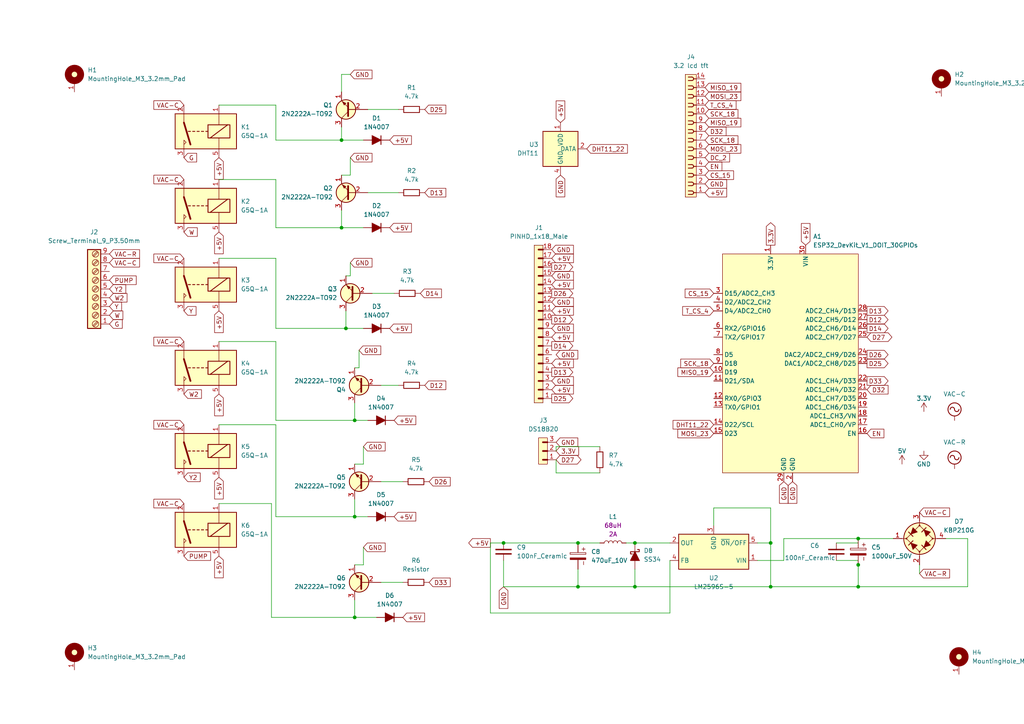
<source format=kicad_sch>
(kicad_sch (version 20250114) (generator "eeschema") (generator_version "9.0")
  (paper "A4")
  (lib_symbols
    (symbol "PCM_4ms_Inductor:12uH_5.2A_1260" (pin_numbers (hide yes)) (pin_names (offset 1.016) (hide yes))
      (property "Reference" "L" (at -1.27 0 90))
      (property "Display" "12uH" (at 2.54 0 90))
      (property "Display 2" "5.2A" (at 5.08 0 90))
      (symbol "12uH_5.2A_1260_1_1"
        (pin passive line (at 0 3.81 270) (length 1.27) (name "1") (number "1"))
        (pin passive line (at 0 -3.81 90) (length 1.27) (name "2") (number "2"))
      )
    )
    (symbol "PCM_Diode_AKL:1N4007" (pin_numbers (hide yes)) (pin_names (offset 1.016) (hide yes))
      (property "Reference" "D" (at 0 5.08 0))
      (property "Value" "1N4007" (at 0 2.54 0))
      (symbol "1N4007_1_1"
        (pin passive line (at -3.81 0 0) (length 2.54) (name "A") (number "2"))
        (pin passive line (at 3.81 0 180) (length 2.54) (name "K") (number "1"))
      )
      (symbol "1N4007_1_2"
        (pin passive line (at -2.54 -2.54 0) (length 0) (name "A") (number "2"))
        (pin passive line (at 2.54 2.54 180) (length 0) (name "K") (number "1"))
      )
    )
    (symbol "PCM_Diode_Bridge_AKL:KBP210G" (pin_names (offset 1.016) (hide yes))
      (property "Reference" "D" (at 5.08 7.62 0))
      (property "Value" "KBP210G" (at 5.08 5.08 0))
      (symbol "KBP210G_1_1"
        (pin passive line (at -7.62 0 0) (length 2.54) (name "1") (number "2"))
        (pin passive line (at 0 7.62 270) (length 2.54) (name "+") (number "1"))
        (pin passive line (at 0 -7.62 90) (length 2.54) (name "-") (number "4"))
        (pin passive line (at 7.62 0 180) (length 2.54) (name "2") (number "3"))
      )
    )
    (symbol "PCM_Diode_Schottky_AKL:SS34" (pin_numbers (hide yes)) (pin_names (offset 1.016) (hide yes))
      (property "Reference" "D" (at 0 5.08 0))
      (property "Value" "SS34" (at 0 2.54 0))
      (symbol "SS34_1_1"
        (pin passive line (at -3.81 0 0) (length 2.54) (name "A") (number "2"))
        (pin passive line (at 3.81 0 180) (length 2.54) (name "K") (number "1"))
      )
      (symbol "SS34_1_2"
        (pin passive line (at -2.54 -2.54 0) (length 0) (name "A") (number "2"))
        (pin passive line (at 2.54 2.54 180) (length 0) (name "K") (number "1"))
      )
    )
    (symbol "PCM_SL_Capacitors:1000uF_50V"
      (property "Reference" "C" (at 0 7.62 0))
      (property "Value" "1000uF_50V" (at 0 5.08 0))
      (symbol "1000uF_50V_0_0"
        (text "+" (at -2.032 1.524 0) (effects (font (size 1.27 1.27))))
        (text "-" (at 2.032 1.524 0) (effects (font (size 1.27 1.27))))
      )
      (symbol "1000uF_50V_1_1"
        (pin passive line (at -3.81 0 0) (length 2.7) (name "~") (number "1"))
        (pin input line (at 3.81 0 180) (length 2.7) (name "~") (number "2"))
      )
    )
    (symbol "PCM_SL_Capacitors:100nF_Ceramic"
      (property "Reference" "C" (at 0 6.35 0))
      (property "Value" "100nF_Ceramic" (at 0 3.81 0))
      (symbol "100nF_Ceramic_1_1"
        (pin passive line (at -2.54 0 0) (length 2) (name "~") (number "1"))
        (pin input line (at 2.54 0 180) (length 2) (name "~") (number "2"))
      )
    )
    (symbol "PCM_SL_Capacitors:470uF_10V"
      (property "Reference" "C" (at 0 7.62 0))
      (property "Value" "470uF_10V" (at 0 5.08 0))
      (symbol "470uF_10V_0_0"
        (text "+" (at -2.032 1.524 0) (effects (font (size 1.27 1.27))))
        (text "-" (at 2.032 1.524 0) (effects (font (size 1.27 1.27))))
      )
      (symbol "470uF_10V_1_1"
        (pin passive line (at -3.81 0 0) (length 2.7) (name "~") (number "1"))
        (pin input line (at 3.81 0 180) (length 2.7) (name "~") (number "2"))
      )
    )
    (symbol "PCM_SL_Development_Board:ESP32_DevKit_V1_DOIT_30GPIOs"
      (property "Reference" "A1" (at 7.2233 38.1 0))
      (property "Value" "ESP32_DevKit_V1_DOIT_30GPIOs" (at 7.2233 35.56 0))
      (symbol "ESP32_DevKit_V1_DOIT_30GPIOs_1_1"
        (pin bidirectional line (at -21.59 21.59 0) (length 2.54) (name "D15/ADC2_CH3") (number "3"))
        (pin bidirectional line (at -21.59 19.05 0) (length 2.54) (name "D2/ADC2_CH2") (number "4"))
        (pin bidirectional line (at -21.59 16.51 0) (length 2.54) (name "D4/ADC2_CH0") (number "5"))
        (pin bidirectional line (at -21.59 11.43 0) (length 2.54) (name "RX2/GPIO16") (number "6"))
        (pin bidirectional line (at -21.59 8.89 0) (length 2.54) (name "TX2/GPIO17") (number "7"))
        (pin bidirectional line (at -21.59 3.81 0) (length 2.54) (name "D5") (number "8"))
        (pin bidirectional line (at -21.59 1.27 0) (length 2.54) (name "D18") (number "9"))
        (pin bidirectional line (at -21.59 -1.27 0) (length 2.54) (name "D19") (number "10"))
        (pin bidirectional line (at -21.59 -3.81 0) (length 2.54) (name "D21/SDA") (number "11"))
        (pin bidirectional line (at -21.59 -8.89 0) (length 2.54) (name "RX0/GPIO3") (number "12"))
        (pin bidirectional line (at -21.59 -11.43 0) (length 2.54) (name "TX0/GPIO1") (number "13"))
        (pin bidirectional line (at -21.59 -16.51 0) (length 2.54) (name "D22/SCL") (number "14"))
        (pin bidirectional line (at -21.59 -19.05 0) (length 2.54) (name "D23") (number "15"))
        (pin power_in line (at -5.08 35.56 270) (length 2.54) (name "3.3V") (number "1"))
        (pin power_in line (at -1.27 -33.02 90) (length 2.54) (name "GND") (number "29"))
        (pin power_in line (at 1.27 -33.02 90) (length 2.54) (name "GND") (number "2"))
        (pin power_in line (at 5.08 35.56 270) (length 2.54) (name "VIN") (number "30"))
        (pin bidirectional line (at 22.86 16.51 180) (length 2.54) (name "ADC2_CH4/D13") (number "28"))
        (pin bidirectional line (at 22.86 13.97 180) (length 2.54) (name "ADC2_CH5/D12") (number "27"))
        (pin bidirectional line (at 22.86 11.43 180) (length 2.54) (name "ADC2_CH6/D14") (number "26"))
        (pin bidirectional line (at 22.86 8.89 180) (length 2.54) (name "ADC2_CH7/D27") (number "25"))
        (pin bidirectional line (at 22.86 3.81 180) (length 2.54) (name "DAC2/ADC2_CH9/D26") (number "24"))
        (pin bidirectional line (at 22.86 1.27 180) (length 2.54) (name "DAC1/ADC2_CH8/D25") (number "23"))
        (pin bidirectional line (at 22.86 -3.81 180) (length 2.54) (name "ADC1_CH4/D33") (number "22"))
        (pin bidirectional line (at 22.86 -6.35 180) (length 2.54) (name "ADC1_CH4/D32") (number "21"))
        (pin bidirectional line (at 22.86 -8.89 180) (length 2.54) (name "ADC1_CH7/D35") (number "20"))
        (pin bidirectional line (at 22.86 -11.43 180) (length 2.54) (name "ADC1_CH6/D34") (number "19"))
        (pin bidirectional line (at 22.86 -13.97 180) (length 2.54) (name "ADC1_CH3/VN") (number "18"))
        (pin bidirectional line (at 22.86 -16.51 180) (length 2.54) (name "ADC1_CH0/VP") (number "17"))
        (pin bidirectional line (at 22.86 -19.05 180) (length 2.54) (name "EN") (number "16"))
      )
    )
    (symbol "PCM_SL_Mechanical:MountingHole_M3_3.2mm_Pad"
      (property "Reference" "H" (at 0 7.62 0))
      (property "Value" "MountingHole_M3_3.2mm_Pad" (at 0 5.08 0))
      (symbol "MountingHole_M3_3.2mm_Pad_1_1"
        (pin passive line (at 0 -5.08 90) (length 2.54) (name "") (number "1"))
      )
    )
    (symbol "PCM_SL_Pin_Headers:PINHD_1x14_Female"
      (property "Reference" "J" (at 0 22.86 0))
      (property "Value" "PINHD_1x14_Female" (at 0 20.32 0))
      (symbol "PINHD_1x14_Female_1_1"
        (pin passive line (at -3.81 16.51 0) (length 2.54) (name "") (number "1"))
        (pin passive line (at -3.81 13.97 0) (length 2.54) (name "") (number "2"))
        (pin passive line (at -3.81 11.43 0) (length 2.54) (name "") (number "3"))
        (pin passive line (at -3.81 8.89 0) (length 2.54) (name "") (number "4"))
        (pin passive line (at -3.81 6.35 0) (length 2.54) (name "") (number "5"))
        (pin passive line (at -3.81 3.81 0) (length 2.54) (name "") (number "6"))
        (pin passive line (at -3.81 1.27 0) (length 2.54) (name "") (number "7"))
        (pin passive line (at -3.81 -1.27 0) (length 2.54) (name "") (number "8"))
        (pin passive line (at -3.81 -3.81 0) (length 2.54) (name "") (number "9"))
        (pin passive line (at -3.81 -6.35 0) (length 2.54) (name "") (number "10"))
        (pin passive line (at -3.81 -8.89 0) (length 2.54) (name "") (number "11"))
        (pin passive line (at -3.81 -11.43 0) (length 2.54) (name "") (number "12"))
        (pin passive line (at -3.81 -13.97 0) (length 2.54) (name "") (number "13"))
        (pin passive line (at -3.81 -16.51 0) (length 2.54) (name "") (number "14"))
      )
    )
    (symbol "PCM_SL_Pin_Headers:PINHD_1x18_Male"
      (property "Reference" "J" (at 0 26.67 0))
      (property "Value" "PINHD_1x18_Male" (at 0 24.13 0))
      (symbol "PINHD_1x18_Male_1_1"
        (pin passive line (at -3.81 21.59 0) (length 2.54) (name "") (number "1"))
        (pin passive line (at -3.81 19.05 0) (length 2.54) (name "") (number "2"))
        (pin passive line (at -3.81 16.51 0) (length 2.54) (name "") (number "3"))
        (pin passive line (at -3.81 13.97 0) (length 2.54) (name "") (number "4"))
        (pin passive line (at -3.81 11.43 0) (length 2.54) (name "") (number "5"))
        (pin passive line (at -3.81 8.89 0) (length 2.54) (name "") (number "6"))
        (pin passive line (at -3.81 6.35 0) (length 2.54) (name "") (number "7"))
        (pin passive line (at -3.81 3.81 0) (length 2.54) (name "") (number "8"))
        (pin passive line (at -3.81 1.27 0) (length 2.54) (name "") (number "9"))
        (pin passive line (at -3.81 -1.27 0) (length 2.54) (name "") (number "10"))
        (pin passive line (at -3.81 -3.81 0) (length 2.54) (name "") (number "11"))
        (pin passive line (at -3.81 -6.35 0) (length 2.54) (name "") (number "12"))
        (pin passive line (at -3.81 -8.89 0) (length 2.54) (name "") (number "13"))
        (pin passive line (at -3.81 -11.43 0) (length 2.54) (name "") (number "14"))
        (pin passive line (at -3.81 -13.97 0) (length 2.54) (name "") (number "15"))
        (pin passive line (at -3.81 -16.51 0) (length 2.54) (name "") (number "16"))
        (pin passive line (at -3.81 -19.05 0) (length 2.54) (name "") (number "17"))
        (pin passive line (at -3.81 -21.59 0) (length 2.54) (name "") (number "18"))
      )
    )
    (symbol "PCM_SL_Pin_Headers:PINHD_1x3_Male"
      (property "Reference" "J" (at 0 7.62 0))
      (property "Value" "PINHD_1x3_Male" (at 0 5.08 0))
      (symbol "PINHD_1x3_Male_1_1"
        (pin passive line (at -3.81 2.54 0) (length 2.54) (name "") (number "1"))
        (pin passive line (at -3.81 0 0) (length 2.54) (name "") (number "2"))
        (pin passive line (at -3.81 -2.54 0) (length 2.54) (name "") (number "3"))
      )
    )
    (symbol "PCM_SL_Resistors:4.7k"
      (property "Reference" "R" (at 0 5.08 0))
      (property "Value" "4.7k" (at 0 2.54 0))
      (symbol "4.7k_1_1"
        (pin passive line (at -3.81 0 0) (length 1.5) (name "") (number "1"))
        (pin passive line (at 3.81 0 180) (length 1.5) (name "~") (number "2"))
      )
    )
    (symbol "PCM_SL_Resistors:Resistor"
      (property "Reference" "R" (at 0 5.08 0))
      (property "Value" "Resistor" (at 0 2.54 0))
      (symbol "Resistor_1_1"
        (pin passive line (at -3.81 0 0) (length 1.5) (name "") (number "1"))
        (pin passive line (at 3.81 0 180) (length 1.5) (name "~") (number "2"))
      )
    )
    (symbol "PCM_SL_Screw_Terminal:Screw_Terminal_9_P3.50mm"
      (property "Reference" "J" (at 0 12.7 0))
      (property "Value" "Screw_Terminal_9_P3.50mm" (at 1.27 -12.7 0))
      (symbol "Screw_Terminal_9_P3.50mm_1_1"
        (pin passive line (at -3.81 10.16 0) (length 2.54) (name "") (number "1"))
        (pin passive line (at -3.81 7.62 0) (length 2.54) (name "") (number "2"))
        (pin passive line (at -3.81 5.08 0) (length 2.54) (name "") (number "3"))
        (pin passive line (at -3.81 2.54 0) (length 2.54) (name "") (number "4"))
        (pin passive line (at -3.81 0 0) (length 2.54) (name "") (number "5"))
        (pin passive line (at -3.81 -2.54 0) (length 2.54) (name "") (number "6"))
        (pin passive line (at -3.81 -5.08 0) (length 2.54) (name "") (number "7"))
        (pin passive line (at -3.81 -7.62 0) (length 2.54) (name "") (number "8"))
        (pin passive line (at -3.81 -10.16 0) (length 2.54) (name "") (number "9"))
      )
    )
    (symbol "PCM_SparkFun-PowerSymbol:3.3V" (power) (pin_names (offset 0))
      (property "Value" "3.3V" (at 0 3.81 0))
      (symbol "3.3V_1_1"
        (pin power_in line (at 0 0 90) (length 0) (hide yes) (name "3.3V") (number "1"))
      )
    )
    (symbol "PCM_SparkFun-PowerSymbol:5V" (power) (pin_names (offset 0))
      (property "Value" "5V" (at 0 3.81 0))
      (symbol "5V_1_1"
        (pin power_in line (at 0 0 90) (length 0) (hide yes) (name "5V") (number "1"))
      )
    )
    (symbol "PCM_SparkFun-PowerSymbol:GND" (power) (pin_names (offset 0))
      (property "Value" "GND" (at 0 -3.81 0))
      (symbol "GND_1_1"
        (pin power_in line (at 0 0 270) (length 0) (hide yes) (name "GND") (number "1"))
      )
    )
    (symbol "PCM_Transistor_BJT_AKL:2N2222A-TO92" (pin_names (hide yes))
      (property "Reference" "Q" (at 5.08 1.27 0))
      (property "Value" "2N2222A-TO92" (at 5.08 -1.27 0))
      (symbol "2N2222A-TO92_1_1"
        (pin passive line (at -5.08 0 0) (length 5.715) (name "B") (number "2"))
        (pin passive line (at 2.54 5.08 270) (length 2.54) (name "C") (number "3"))
        (pin passive line (at 2.54 -5.08 90) (length 2.54) (name "E") (number "1"))
      )
    )
    (symbol "Regulator_Switching:LM2596S-5"
      (property "Reference" "U" (at -10.16 6.35 0))
      (property "Value" "LM2596S-5" (at 0 6.35 0))
      (symbol "LM2596S-5_1_1"
        (pin power_in line (at -12.7 2.54 0) (length 2.54) (name "VIN") (number "1"))
        (pin input line (at -12.7 -2.54 0) (length 2.54) (name "~{ON}/OFF") (number "5"))
        (pin power_in line (at 0 -7.62 90) (length 2.54) (name "GND") (number "3"))
        (pin input line (at 12.7 2.54 180) (length 2.54) (name "FB") (number "4"))
        (pin output line (at 12.7 -2.54 180) (length 2.54) (name "OUT") (number "2"))
      )
    )
    (symbol "Relay:G5Q-1A"
      (property "Reference" "K" (at 8.89 3.81 0))
      (property "Value" "G5Q-1A" (at 8.89 1.27 0))
      (symbol "G5Q-1A_1_1"
        (pin passive line (at -5.08 7.62 270) (length 2.54) (name "~") (number "5"))
        (pin passive line (at -5.08 -7.62 90) (length 2.54) (name "~") (number "1"))
        (pin passive line (at 5.08 7.62 270) (length 2.54) (name "~") (number "3"))
        (pin passive line (at 5.08 -7.62 90) (length 2.54) (name "~") (number "2"))
      )
    )
    (symbol "Sensor:DHT11"
      (property "Reference" "U" (at -3.81 6.35 0))
      (property "Value" "DHT11" (at 3.81 6.35 0))
      (symbol "DHT11_1_1"
        (pin no_connect line (at -5.08 0 0) (length 2.54) (hide yes) (name "NC") (number "3"))
        (pin power_in line (at 0 7.62 270) (length 2.54) (name "VDD") (number "1"))
        (pin power_in line (at 0 -7.62 90) (length 2.54) (name "GND") (number "4"))
        (pin bidirectional line (at 7.62 0 180) (length 2.54) (name "DATA") (number "2"))
      )
    )
    (symbol "power:VAC" (power) (pin_numbers (hide yes)) (pin_names (offset 0) (hide yes))
      (property "Value" "VAC" (at 0 6.35 0))
      (symbol "VAC_1_1"
        (pin power_in line (at 0 0 90) (length 0) (name "~") (number "1"))
      )
    )
  )
  (junction (at 223.52 170.18))
  (junction (at 184.15 157.48))
  (junction (at 248.92 156.21))
  (junction (at 99.06 66.04))
  (junction (at 248.92 170.18))
  (junction (at 184.15 170.18))
  (junction (at 223.52 157.48))
  (junction (at 167.64 157.48))
  (junction (at 167.64 170.18))
  (junction (at 248.92 163.83))
  (junction (at 102.87 121.92))
  (junction (at 102.87 179.07))
  (junction (at 146.05 157.48))
  (junction (at 100.33 95.25))
  (junction (at 102.87 149.86))
  (junction (at 99.06 40.64))
  (wire (pts (xy 80.01 74.93) (xy 80.01 95.25)))
  (wire (pts (xy 227.33 156.21) (xy 227.33 162.56)))
  (wire (pts (xy 107.95 85.09) (xy 114.3 85.09)))
  (wire (pts (xy 78.74 146.05) (xy 78.74 179.07)))
  (wire (pts (xy 242.57 162.56) (xy 248.92 162.56)))
  (wire (pts (xy 142.24 157.48) (xy 146.05 157.48)))
  (wire (pts (xy 207.01 147.32) (xy 207.01 152.4)))
  (wire (pts (xy 102.87 121.92) (xy 102.87 116.84)))
  (wire (pts (xy 63.5 99.06) (xy 80.01 99.06)))
  (wire (pts (xy 266.7 163.83) (xy 266.7 166.37)))
  (wire (pts (xy 80.01 30.48) (xy 80.01 40.64)))
  (wire (pts (xy 248.92 170.18) (xy 223.52 170.18)))
  (wire (pts (xy 280.67 156.21) (xy 280.67 170.18)))
  (wire (pts (xy 99.06 21.59) (xy 99.06 26.67)))
  (wire (pts (xy 280.67 170.18) (xy 248.92 170.18)))
  (wire (pts (xy 102.87 173.99) (xy 102.87 179.07)))
  (wire (pts (xy 184.15 170.18) (xy 184.15 165.1)))
  (wire (pts (xy 146.05 170.18) (xy 146.05 162.56)))
  (wire (pts (xy 167.64 157.48) (xy 173.99 157.48)))
  (wire (pts (xy 105.41 129.54) (xy 105.41 134.62)))
  (wire (pts (xy 63.5 30.48) (xy 80.01 30.48)))
  (wire (pts (xy 63.5 52.07) (xy 80.01 52.07)))
  (wire (pts (xy 106.68 55.88) (xy 115.57 55.88)))
  (wire (pts (xy 63.5 146.05) (xy 78.74 146.05)))
  (wire (pts (xy 167.64 170.18) (xy 167.64 165.1)))
  (wire (pts (xy 227.33 156.21) (xy 248.92 156.21)))
  (wire (pts (xy 80.01 40.64) (xy 99.06 40.64)))
  (wire (pts (xy 219.71 162.56) (xy 227.33 162.56)))
  (wire (pts (xy 105.41 40.64) (xy 99.06 40.64)))
  (wire (pts (xy 80.01 149.86) (xy 102.87 149.86)))
  (wire (pts (xy 101.6 80.01) (xy 100.33 80.01)))
  (wire (pts (xy 194.31 177.8) (xy 142.24 177.8)))
  (wire (pts (xy 105.41 134.62) (xy 102.87 134.62)))
  (wire (pts (xy 110.49 139.7) (xy 116.84 139.7)))
  (wire (pts (xy 167.64 170.18) (xy 146.05 170.18)))
  (wire (pts (xy 223.52 157.48) (xy 223.52 147.32)))
  (wire (pts (xy 223.52 170.18) (xy 223.52 157.48)))
  (wire (pts (xy 99.06 40.64) (xy 99.06 36.83)))
  (wire (pts (xy 99.06 66.04) (xy 99.06 60.96)))
  (wire (pts (xy 110.49 111.76) (xy 115.57 111.76)))
  (wire (pts (xy 105.41 95.25) (xy 100.33 95.25)))
  (wire (pts (xy 274.32 156.21) (xy 280.67 156.21)))
  (wire (pts (xy 101.6 76.2) (xy 101.6 80.01)))
  (wire (pts (xy 102.87 163.83) (xy 105.41 163.83)))
  (wire (pts (xy 110.49 168.91) (xy 116.84 168.91)))
  (wire (pts (xy 106.68 31.75) (xy 115.57 31.75)))
  (wire (pts (xy 248.92 156.21) (xy 259.08 156.21)))
  (wire (pts (xy 106.68 149.86) (xy 102.87 149.86)))
  (wire (pts (xy 80.01 66.04) (xy 99.06 66.04)))
  (wire (pts (xy 146.05 157.48) (xy 167.64 157.48)))
  (wire (pts (xy 181.61 157.48) (xy 184.15 157.48)))
  (wire (pts (xy 173.99 137.16) (xy 161.29 137.16)))
  (wire (pts (xy 78.74 179.07) (xy 102.87 179.07)))
  (wire (pts (xy 80.01 121.92) (xy 102.87 121.92)))
  (wire (pts (xy 80.01 95.25) (xy 100.33 95.25)))
  (wire (pts (xy 109.22 179.07) (xy 102.87 179.07)))
  (wire (pts (xy 80.01 123.19) (xy 80.01 149.86)))
  (wire (pts (xy 248.92 170.18) (xy 248.92 163.83)))
  (wire (pts (xy 101.6 50.8) (xy 99.06 50.8)))
  (wire (pts (xy 101.6 45.72) (xy 101.6 50.8)))
  (wire (pts (xy 102.87 144.78) (xy 102.87 149.86)))
  (wire (pts (xy 223.52 170.18) (xy 184.15 170.18)))
  (wire (pts (xy 105.41 158.75) (xy 105.41 163.83)))
  (wire (pts (xy 184.15 157.48) (xy 194.31 157.48)))
  (wire (pts (xy 173.99 129.54) (xy 161.29 129.54)))
  (wire (pts (xy 101.6 21.59) (xy 99.06 21.59)))
  (wire (pts (xy 80.01 52.07) (xy 80.01 66.04)))
  (wire (pts (xy 105.41 66.04) (xy 99.06 66.04)))
  (wire (pts (xy 248.92 162.56) (xy 248.92 163.83)))
  (wire (pts (xy 80.01 99.06) (xy 80.01 121.92)))
  (wire (pts (xy 248.92 157.48) (xy 248.92 156.21)))
  (wire (pts (xy 223.52 147.32) (xy 207.01 147.32)))
  (wire (pts (xy 106.68 121.92) (xy 102.87 121.92)))
  (wire (pts (xy 161.29 137.16) (xy 161.29 133.35)))
  (wire (pts (xy 194.31 162.56) (xy 194.31 177.8)))
  (wire (pts (xy 63.5 123.19) (xy 80.01 123.19)))
  (wire (pts (xy 104.14 101.6) (xy 104.14 106.68)))
  (wire (pts (xy 142.24 177.8) (xy 142.24 157.48)))
  (wire (pts (xy 161.29 129.54) (xy 161.29 130.81)))
  (wire (pts (xy 223.52 157.48) (xy 219.71 157.48)))
  (wire (pts (xy 104.14 106.68) (xy 102.87 106.68)))
  (wire (pts (xy 100.33 95.25) (xy 100.33 90.17)))
  (wire (pts (xy 63.5 74.93) (xy 80.01 74.93)))
  (wire (pts (xy 184.15 170.18) (xy 167.64 170.18)))
  (wire (pts (xy 242.57 157.48) (xy 248.92 157.48)))
  (global_label "EN" (shape input) (at 251.46 125.73 0) (property "Intersheetrefs" "${INTERSHEET_REFS}" (effects (hide yes))))
  (global_label "+5V" (shape input) (at 116.84 179.07 0) (property "Intersheetrefs" "${INTERSHEET_REFS}" (effects (hide yes))))
  (global_label "VAC-C" (shape input) (at 53.34 52.07 180) (property "Intersheetrefs" "${INTERSHEET_REFS}" (effects (hide yes))))
  (global_label "+5V" (shape input) (at 113.03 66.04 0) (property "Intersheetrefs" "${INTERSHEET_REFS}" (effects (hide yes))))
  (global_label "DC_2" (shape input) (at 204.47 45.72 0) (property "Intersheetrefs" "${INTERSHEET_REFS}" (effects (hide yes))))
  (global_label "+5V" (shape output) (at 142.24 157.48 180) (property "Intersheetrefs" "${INTERSHEET_REFS}" (effects (hide yes))))
  (global_label "GND" (shape input) (at 101.6 45.72 0) (property "Intersheetrefs" "${INTERSHEET_REFS}" (effects (hide yes))))
  (global_label "+5V" (shape input) (at 160.02 82.55 0) (property "Intersheetrefs" "${INTERSHEET_REFS}" (effects (hide yes))))
  (global_label "3.3V" (shape output) (at 223.52 71.12 90) (property "Intersheetrefs" "${INTERSHEET_REFS}" (effects (hide yes))))
  (global_label "SCK_18" (shape input) (at 204.47 33.02 0) (property "Intersheetrefs" "${INTERSHEET_REFS}" (effects (hide yes))))
  (global_label "D32" (shape input) (at 251.46 113.03 0) (property "Intersheetrefs" "${INTERSHEET_REFS}" (effects (hide yes))))
  (global_label "+5V" (shape input) (at 160.02 90.17 0) (property "Intersheetrefs" "${INTERSHEET_REFS}" (effects (hide yes))))
  (global_label "D13" (shape input) (at 123.19 55.88 0) (property "Intersheetrefs" "${INTERSHEET_REFS}" (effects (hide yes))))
  (global_label "D13" (shape output) (at 160.02 107.95 0) (property "Intersheetrefs" "${INTERSHEET_REFS}" (effects (hide yes))))
  (global_label "VAC-C" (shape input) (at 53.34 123.19 180) (property "Intersheetrefs" "${INTERSHEET_REFS}" (effects (hide yes))))
  (global_label "MOSI_23" (shape input) (at 204.47 27.94 0) (property "Intersheetrefs" "${INTERSHEET_REFS}" (effects (hide yes))))
  (global_label "GND" (shape input) (at 105.41 158.75 0) (property "Intersheetrefs" "${INTERSHEET_REFS}" (effects (hide yes))))
  (global_label "D33" (shape input) (at 124.46 168.91 0) (property "Intersheetrefs" "${INTERSHEET_REFS}" (effects (hide yes))))
  (global_label "GND" (shape input) (at 160.02 95.25 0) (property "Intersheetrefs" "${INTERSHEET_REFS}" (effects (hide yes))))
  (global_label "+5V" (shape input) (at 113.03 95.25 0) (property "Intersheetrefs" "${INTERSHEET_REFS}" (effects (hide yes))))
  (global_label "+5V" (shape input) (at 160.02 97.79 0) (property "Intersheetrefs" "${INTERSHEET_REFS}" (effects (hide yes))))
  (global_label "+5V" (shape input) (at 204.47 55.88 0) (property "Intersheetrefs" "${INTERSHEET_REFS}" (effects (hide yes))))
  (global_label "VAC-C" (shape input) (at 266.7 148.59 0) (property "Intersheetrefs" "${INTERSHEET_REFS}" (effects (hide yes))))
  (global_label "Y" (shape input) (at 31.75 88.9 0) (property "Intersheetrefs" "${INTERSHEET_REFS}" (effects (hide yes))))
  (global_label "+5V" (shape input) (at 63.5 138.43 270) (property "Intersheetrefs" "${INTERSHEET_REFS}" (effects (hide yes))))
  (global_label "+5V" (shape input) (at 233.68 71.12 90) (property "Intersheetrefs" "${INTERSHEET_REFS}" (effects (hide yes))))
  (global_label "D25" (shape input) (at 123.19 31.75 0) (property "Intersheetrefs" "${INTERSHEET_REFS}" (effects (hide yes))))
  (global_label "PUMP" (shape input) (at 31.75 81.28 0) (property "Intersheetrefs" "${INTERSHEET_REFS}" (effects (hide yes))))
  (global_label "GND" (shape input) (at 161.29 128.27 0) (property "Intersheetrefs" "${INTERSHEET_REFS}" (effects (hide yes))))
  (global_label "GND" (shape input) (at 101.6 76.2 0) (property "Intersheetrefs" "${INTERSHEET_REFS}" (effects (hide yes))))
  (global_label "G" (shape input) (at 53.34 45.72 0) (property "Intersheetrefs" "${INTERSHEET_REFS}" (effects (hide yes))))
  (global_label "VAC-R" (shape input) (at 31.75 73.66 0) (property "Intersheetrefs" "${INTERSHEET_REFS}" (effects (hide yes))))
  (global_label "VAC-C" (shape input) (at 53.34 30.48 180) (property "Intersheetrefs" "${INTERSHEET_REFS}" (effects (hide yes))))
  (global_label "MISO_19" (shape input) (at 204.47 35.56 0) (property "Intersheetrefs" "${INTERSHEET_REFS}" (effects (hide yes))))
  (global_label "D26" (shape output) (at 160.02 85.09 0) (property "Intersheetrefs" "${INTERSHEET_REFS}" (effects (hide yes))))
  (global_label "W" (shape input) (at 31.75 91.44 0) (property "Intersheetrefs" "${INTERSHEET_REFS}" (effects (hide yes))))
  (global_label "+5V" (shape input) (at 63.5 114.3 270) (property "Intersheetrefs" "${INTERSHEET_REFS}" (effects (hide yes))))
  (global_label "GND" (shape input) (at 101.6 21.59 0) (property "Intersheetrefs" "${INTERSHEET_REFS}" (effects (hide yes))))
  (global_label "VAC-C" (shape input) (at 53.34 74.93 180) (property "Intersheetrefs" "${INTERSHEET_REFS}" (effects (hide yes))))
  (global_label "GND" (shape input) (at 160.02 87.63 0) (property "Intersheetrefs" "${INTERSHEET_REFS}" (effects (hide yes))))
  (global_label "W" (shape input) (at 53.34 67.31 0) (property "Intersheetrefs" "${INTERSHEET_REFS}" (effects (hide yes))))
  (global_label "SCK_18" (shape input) (at 207.01 105.41 180) (property "Intersheetrefs" "${INTERSHEET_REFS}" (effects (hide yes))))
  (global_label "D14" (shape input) (at 121.92 85.09 0) (property "Intersheetrefs" "${INTERSHEET_REFS}" (effects (hide yes))))
  (global_label "D14" (shape output) (at 160.02 100.33 0) (property "Intersheetrefs" "${INTERSHEET_REFS}" (effects (hide yes))))
  (global_label "T_CS_4" (shape input) (at 204.47 30.48 0) (property "Intersheetrefs" "${INTERSHEET_REFS}" (effects (hide yes))))
  (global_label "GND" (shape input) (at 160.02 110.49 0) (property "Intersheetrefs" "${INTERSHEET_REFS}" (effects (hide yes))))
  (global_label "D12" (shape input) (at 123.19 111.76 0) (property "Intersheetrefs" "${INTERSHEET_REFS}" (effects (hide yes))))
  (global_label "MISO_19" (shape input) (at 204.47 25.4 0) (property "Intersheetrefs" "${INTERSHEET_REFS}" (effects (hide yes))))
  (global_label "W2" (shape input) (at 31.75 86.36 0) (property "Intersheetrefs" "${INTERSHEET_REFS}" (effects (hide yes))))
  (global_label "VAC-R" (shape input) (at 266.7 166.37 0) (property "Intersheetrefs" "${INTERSHEET_REFS}" (effects (hide yes))))
  (global_label "T_CS_4" (shape input) (at 207.01 90.17 180) (property "Intersheetrefs" "${INTERSHEET_REFS}" (effects (hide yes))))
  (global_label "G" (shape input) (at 31.75 93.98 0) (property "Intersheetrefs" "${INTERSHEET_REFS}" (effects (hide yes))))
  (global_label "D27" (shape output) (at 160.02 77.47 0) (property "Intersheetrefs" "${INTERSHEET_REFS}" (effects (hide yes))))
  (global_label "3.3V" (shape input) (at 161.29 130.81 0) (property "Intersheetrefs" "${INTERSHEET_REFS}" (effects (hide yes))))
  (global_label "GND" (shape input) (at 204.47 53.34 0) (property "Intersheetrefs" "${INTERSHEET_REFS}" (effects (hide yes))))
  (global_label "+5V" (shape input) (at 114.3 121.92 0) (property "Intersheetrefs" "${INTERSHEET_REFS}" (effects (hide yes))))
  (global_label "GND" (shape input) (at 162.56 50.8 270) (property "Intersheetrefs" "${INTERSHEET_REFS}" (effects (hide yes))))
  (global_label "D26" (shape input) (at 124.46 139.7 0) (property "Intersheetrefs" "${INTERSHEET_REFS}" (effects (hide yes))))
  (global_label "SCK_18" (shape input) (at 204.47 40.64 0) (property "Intersheetrefs" "${INTERSHEET_REFS}" (effects (hide yes))))
  (global_label "+5V" (shape input) (at 162.56 35.56 90) (property "Intersheetrefs" "${INTERSHEET_REFS}" (effects (hide yes))))
  (global_label "CS_15" (shape input) (at 207.01 85.09 180) (property "Intersheetrefs" "${INTERSHEET_REFS}" (effects (hide yes))))
  (global_label "PUMP" (shape input) (at 53.34 161.29 0) (property "Intersheetrefs" "${INTERSHEET_REFS}" (effects (hide yes))))
  (global_label "+5V" (shape input) (at 160.02 113.03 0) (property "Intersheetrefs" "${INTERSHEET_REFS}" (effects (hide yes))))
  (global_label "D27" (shape bidirectional) (at 251.46 97.79 0) (property "Intersheetrefs" "${INTERSHEET_REFS}" (effects (hide yes))))
  (global_label "EN" (shape input) (at 204.47 48.26 0) (property "Intersheetrefs" "${INTERSHEET_REFS}" (effects (hide yes))))
  (global_label "D13" (shape output) (at 251.46 90.17 0) (property "Intersheetrefs" "${INTERSHEET_REFS}" (effects (hide yes))))
  (global_label "VAC-C" (shape input) (at 53.34 146.05 180) (property "Intersheetrefs" "${INTERSHEET_REFS}" (effects (hide yes))))
  (global_label "GND" (shape input) (at 227.33 139.7 270) (property "Intersheetrefs" "${INTERSHEET_REFS}" (effects (hide yes))))
  (global_label "VAC-C" (shape input) (at 53.34 99.06 180) (property "Intersheetrefs" "${INTERSHEET_REFS}" (effects (hide yes))))
  (global_label "Y" (shape input) (at 53.34 90.17 0) (property "Intersheetrefs" "${INTERSHEET_REFS}" (effects (hide yes))))
  (global_label "CS_15" (shape input) (at 204.47 50.8 0) (property "Intersheetrefs" "${INTERSHEET_REFS}" (effects (hide yes))))
  (global_label "+5V" (shape input) (at 114.3 149.86 0) (property "Intersheetrefs" "${INTERSHEET_REFS}" (effects (hide yes))))
  (global_label "Y2" (shape input) (at 31.75 83.82 0) (property "Intersheetrefs" "${INTERSHEET_REFS}" (effects (hide yes))))
  (global_label "+5V" (shape input) (at 160.02 74.93 0) (property "Intersheetrefs" "${INTERSHEET_REFS}" (effects (hide yes))))
  (global_label "D12" (shape output) (at 160.02 92.71 0) (property "Intersheetrefs" "${INTERSHEET_REFS}" (effects (hide yes))))
  (global_label "+5V" (shape input) (at 113.03 40.64 0) (property "Intersheetrefs" "${INTERSHEET_REFS}" (effects (hide yes))))
  (global_label "Y2" (shape input) (at 53.34 138.43 0) (property "Intersheetrefs" "${INTERSHEET_REFS}" (effects (hide yes))))
  (global_label "D33" (shape output) (at 251.46 110.49 0) (property "Intersheetrefs" "${INTERSHEET_REFS}" (effects (hide yes))))
  (global_label "D25" (shape output) (at 251.46 105.41 0) (property "Intersheetrefs" "${INTERSHEET_REFS}" (effects (hide yes))))
  (global_label "+5V" (shape input) (at 160.02 105.41 0) (property "Intersheetrefs" "${INTERSHEET_REFS}" (effects (hide yes))))
  (global_label "D12" (shape output) (at 251.46 92.71 0) (property "Intersheetrefs" "${INTERSHEET_REFS}" (effects (hide yes))))
  (global_label "GND" (shape input) (at 160.02 72.39 0) (property "Intersheetrefs" "${INTERSHEET_REFS}" (effects (hide yes))))
  (global_label "DHT11_22" (shape input) (at 170.18 43.18 0) (property "Intersheetrefs" "${INTERSHEET_REFS}" (effects (hide yes))))
  (global_label "D25" (shape output) (at 160.02 115.57 0) (property "Intersheetrefs" "${INTERSHEET_REFS}" (effects (hide yes))))
  (global_label "GND" (shape input) (at 146.05 170.18 270) (property "Intersheetrefs" "${INTERSHEET_REFS}" (effects (hide yes))))
  (global_label "+5V" (shape input) (at 63.5 161.29 270) (property "Intersheetrefs" "${INTERSHEET_REFS}" (effects (hide yes))))
  (global_label "+5V" (shape input) (at 63.5 45.72 270) (property "Intersheetrefs" "${INTERSHEET_REFS}" (effects (hide yes))))
  (global_label "MOSI_23" (shape input) (at 204.47 43.18 0) (property "Intersheetrefs" "${INTERSHEET_REFS}" (effects (hide yes))))
  (global_label "GND" (shape input) (at 104.14 101.6 0) (property "Intersheetrefs" "${INTERSHEET_REFS}" (effects (hide yes))))
  (global_label "VAC-C" (shape input) (at 31.75 76.2 0) (property "Intersheetrefs" "${INTERSHEET_REFS}" (effects (hide yes))))
  (global_label "MOSI_23" (shape input) (at 207.01 125.73 180) (property "Intersheetrefs" "${INTERSHEET_REFS}" (effects (hide yes))))
  (global_label "GND" (shape input) (at 160.02 80.01 0) (property "Intersheetrefs" "${INTERSHEET_REFS}" (effects (hide yes))))
  (global_label "GND" (shape input) (at 229.87 139.7 270) (property "Intersheetrefs" "${INTERSHEET_REFS}" (effects (hide yes))))
  (global_label "MISO_19" (shape input) (at 207.01 107.95 180) (property "Intersheetrefs" "${INTERSHEET_REFS}" (effects (hide yes))))
  (global_label "+5V" (shape input) (at 63.5 90.17 270) (property "Intersheetrefs" "${INTERSHEET_REFS}" (effects (hide yes))))
  (global_label "GND" (shape input) (at 161.29 102.87 0) (property "Intersheetrefs" "${INTERSHEET_REFS}" (effects (hide yes))))
  (global_label "DHT11_22" (shape input) (at 207.01 123.19 180) (property "Intersheetrefs" "${INTERSHEET_REFS}" (effects (hide yes))))
  (global_label "D27" (shape bidirectional) (at 161.29 133.35 0) (property "Intersheetrefs" "${INTERSHEET_REFS}" (effects (hide yes))))
  (global_label "W2" (shape input) (at 53.34 114.3 0) (property "Intersheetrefs" "${INTERSHEET_REFS}" (effects (hide yes))))
  (global_label "GND" (shape input) (at 105.41 129.54 0) (property "Intersheetrefs" "${INTERSHEET_REFS}" (effects (hide yes))))
  (global_label "D26" (shape output) (at 251.46 102.87 0) (property "Intersheetrefs" "${INTERSHEET_REFS}" (effects (hide yes))))
  (global_label "D32" (shape input) (at 204.47 38.1 0) (property "Intersheetrefs" "${INTERSHEET_REFS}" (effects (hide yes))))
  (global_label "D14" (shape output) (at 251.46 95.25 0) (property "Intersheetrefs" "${INTERSHEET_REFS}" (effects (hide yes))))
  (global_label "+5V" (shape input) (at 63.5 67.31 270) (property "Intersheetrefs" "${INTERSHEET_REFS}" (effects (hide yes))))
  (symbol (lib_id "PCM_SL_Capacitors:100nF_Ceramic") (at 242.57 160.02 90) (unit 1)
    (property "Reference" "C6" (at 234.95 158.242 90) (effects (justify right)))
    (property "Value" "100nF_Ceramic" (at 227.584 161.798 90) (effects (justify right)))
    (property "Footprint" "Capacitor_THT:C_Disc_D5.0mm_W2.5mm_P2.50mm" (effects (hide yes)))
    (property "Description" "100nF Ceramic Capacitor" (effects (hide yes)))
  )
  (symbol (lib_id "PCM_SL_Mechanical:MountingHole_M3_3.2mm_Pad") (at 308.61 71.12 0) (unit 1)
    (property "Reference" "H5" (at 312.42 69.8499 0) (effects (justify left)))
    (property "Value" "MountingHole_M3_3.2mm_Pad" (at 312.42 72.3899 0) (effects (justify left)))
    (property "Footprint" "PCM_SL_Mechanical:MountingHole_3.2mm_Pad" (effects (hide yes)))
    (property "Description" "3.2mm Diameter Mounting Hole Pad (M3)" (effects (hide yes)))
  )
  (symbol (lib_id "Relay:G5Q-1A") (at 58.42 38.1 180) (unit 1)
    (property "Reference" "K1" (at 69.85 36.8299 0) (effects (justify right)))
    (property "Value" "G5Q-1A" (at 69.85 39.3699 0) (effects (justify right)))
    (property "Footprint" "Relay_THT:Relay_SPST_Omron-G5Q-1A" (effects (hide yes)))
    (property "Datasheet" "https://www.omron.com/ecb/products/pdf/en-g5q.pdf" (effects (hide yes)))
    (property "Description" "Omron G5Q relay, Miniature Single Pole, SPST-NO, 10A" (effects (hide yes)))
  )
  (symbol (lib_id "PCM_Transistor_BJT_AKL:2N2222A-TO92") (at 101.6 55.88 180) (unit 1)
    (property "Reference" "Q2" (at 96.52 54.6099 0) (effects (justify left)))
    (property "Value" "2N2222A-TO92" (at 96.52 57.1499 0) (effects (justify left)))
    (property "Footprint" "PCM_Package_TO_SOT_THT_AKL:TO-92_Inline_Wide_EBC" (effects (hide yes)))
    (property "Datasheet" "https://www.tme.eu/Document/f56ae9fa05736feb390d26bab71fb0d5/2n2222a.pdf" (effects (hide yes)))
    (property "Description" "NPN TO-92 transistor, 40V, 0.6A, 625mW, Alternate KiCAD Library" (effects (hide yes)))
  )
  (symbol (lib_id "PCM_SL_Mechanical:MountingHole_M3_3.2mm_Pad") (at 307.34 46.99 0) (unit 1)
    (property "Reference" "H8" (at 311.15 45.7199 0) (effects (justify left)))
    (property "Value" "MountingHole_M3_3.2mm_Pad" (at 311.15 48.2599 0) (effects (justify left)))
    (property "Footprint" "PCM_SL_Mechanical:MountingHole_3.2mm_Pad" (effects (hide yes)))
    (property "Description" "3.2mm Diameter Mounting Hole Pad (M3)" (effects (hide yes)))
  )
  (symbol (lib_id "PCM_SL_Resistors:4.7k") (at 173.99 133.35 90) (unit 1)
    (property "Reference" "R7" (at 176.53 132.0799 90) (effects (justify right)))
    (property "Value" "4.7k" (at 176.53 134.6199 90) (effects (justify right)))
    (property "Footprint" "Resistor_THT:R_Axial_DIN0207_L6.3mm_D2.5mm_P10.16mm_Horizontal" (effects (hide yes)))
    (property "Description" "4.7kΩ, 1/4W Resistor" (effects (hide yes)))
  )
  (symbol (lib_id "Relay:G5Q-1A") (at 58.42 82.55 180) (unit 1)
    (property "Reference" "K3" (at 69.85 81.2799 0) (effects (justify right)))
    (property "Value" "G5Q-1A" (at 69.85 83.8199 0) (effects (justify right)))
    (property "Footprint" "Relay_THT:Relay_SPST_Omron-G5Q-1A" (effects (hide yes)))
    (property "Datasheet" "https://www.omron.com/ecb/products/pdf/en-g5q.pdf" (effects (hide yes)))
    (property "Description" "Omron G5Q relay, Miniature Single Pole, SPST-NO, 10A" (effects (hide yes)))
  )
  (symbol (lib_id "PCM_Diode_AKL:1N4007") (at 109.22 66.04 0) (unit 1)
    (property "Reference" "D2" (at 109.22 59.69 0))
    (property "Value" "1N4007" (at 109.22 62.23 0))
    (property "Footprint" "PCM_Diode_THT_AKL:D_DO-41_SOD81_P7.62mm_Horizontal" (effects (hide yes)))
    (property "Datasheet" "https://www.tme.eu/Document/5f8ffc5ac30fc86bac97d66040bf5502/1n400x.pdf" (effects (hide yes)))
    (property "Description" "DO-41 Diode, Rectifier, 1000V, 1A, Alternate KiCad Library" (effects (hide yes)))
  )
  (symbol (lib_id "PCM_SL_Pin_Headers:PINHD_1x14_Female") (at 200.66 39.37 180) (unit 1)
    (property "Reference" "J4" (at 200.405 16.51 0))
    (property "Value" "3.2 lcd tft" (at 200.405 19.05 0))
    (property "Footprint" "Connector_PinSocket_2.54mm:PinSocket_1x14_P2.54mm_Vertical" (effects (hide yes)))
    (property "Description" "Pin Header female with pin space 2.54mm. Pin Count - 14" (effects (hide yes)))
  )
  (symbol (lib_id "PCM_Transistor_BJT_AKL:2N2222A-TO92") (at 101.6 31.75 180) (unit 1)
    (property "Reference" "Q1" (at 96.52 30.4799 0) (effects (justify left)))
    (property "Value" "2N2222A-TO92" (at 96.52 33.0199 0) (effects (justify left)))
    (property "Footprint" "PCM_Package_TO_SOT_THT_AKL:TO-92_Inline_Wide_EBC" (effects (hide yes)))
    (property "Datasheet" "https://www.tme.eu/Document/f56ae9fa05736feb390d26bab71fb0d5/2n2222a.pdf" (effects (hide yes)))
    (property "Description" "NPN TO-92 transistor, 40V, 0.6A, 625mW, Alternate KiCAD Library" (effects (hide yes)))
  )
  (symbol (lib_id "PCM_SL_Resistors:4.7k") (at 119.38 31.75 0) (unit 1)
    (property "Reference" "R1" (at 119.38 25.4 0))
    (property "Value" "4.7k" (at 119.38 27.94 0))
    (property "Footprint" "Resistor_THT:R_Axial_DIN0207_L6.3mm_D2.5mm_P10.16mm_Horizontal" (effects (hide yes)))
    (property "Description" "4.7kΩ, 1/4W Resistor" (effects (hide yes)))
  )
  (symbol (lib_id "PCM_Diode_AKL:1N4007") (at 110.49 121.92 0) (unit 1)
    (property "Reference" "D4" (at 110.49 115.57 0))
    (property "Value" "1N4007" (at 110.49 118.11 0))
    (property "Footprint" "PCM_Diode_THT_AKL:D_DO-41_SOD81_P7.62mm_Horizontal" (effects (hide yes)))
    (property "Datasheet" "https://www.tme.eu/Document/5f8ffc5ac30fc86bac97d66040bf5502/1n400x.pdf" (effects (hide yes)))
    (property "Description" "DO-41 Diode, Rectifier, 1000V, 1A, Alternate KiCad Library" (effects (hide yes)))
  )
  (symbol (lib_id "PCM_SL_Mechanical:MountingHole_M3_3.2mm_Pad") (at 308.61 82.55 0) (unit 1)
    (property "Reference" "H6" (at 312.42 81.2799 0) (effects (justify left)))
    (property "Value" "MountingHole_M3_3.2mm_Pad" (at 312.42 83.8199 0) (effects (justify left)))
    (property "Footprint" "PCM_SL_Mechanical:MountingHole_3.2mm_Pad" (effects (hide yes)))
    (property "Description" "3.2mm Diameter Mounting Hole Pad (M3)" (effects (hide yes)))
  )
  (symbol (lib_id "PCM_SparkFun-PowerSymbol:GND") (at 267.97 130.81 0) (unit 1)
    (property "Reference" "#PWR02" (effects (hide yes)))
    (property "Value" "GND" (at 267.97 134.62 0))
    (property "Description" "Power symbol creates a global label with name \"GND\" , ground" (effects (hide yes)))
  )
  (symbol (lib_id "PCM_SL_Pin_Headers:PINHD_1x18_Male") (at 156.21 93.98 180) (unit 1)
    (property "Reference" "J1" (at 156.335 66.04 0))
    (property "Value" "PINHD_1x18_Male" (at 156.335 68.58 0))
    (property "Footprint" "Connector_PinHeader_2.54mm:PinHeader_1x18_P2.54mm_Vertical" (effects (hide yes)))
    (property "Description" "Pin Header male with pin space 2.54mm. Pin Count -18" (effects (hide yes)))
  )
  (symbol (lib_id "Relay:G5Q-1A") (at 58.42 106.68 180) (unit 1)
    (property "Reference" "K4" (at 69.85 105.4099 0) (effects (justify right)))
    (property "Value" "G5Q-1A" (at 69.85 107.9499 0) (effects (justify right)))
    (property "Footprint" "Relay_THT:Relay_SPST_Omron-G5Q-1A" (effects (hide yes)))
    (property "Datasheet" "https://www.omron.com/ecb/products/pdf/en-g5q.pdf" (effects (hide yes)))
    (property "Description" "Omron G5Q relay, Miniature Single Pole, SPST-NO, 10A" (effects (hide yes)))
  )
  (symbol (lib_id "PCM_SL_Capacitors:1000uF_50V") (at 248.92 160.02 270) (unit 1)
    (property "Reference" "C5" (at 252.73 158.7499 90) (effects (justify left)))
    (property "Value" "1000uF_50V" (at 252.73 161.2899 90) (effects (justify left)))
    (property "Footprint" "Capacitor_THT:CP_Radial_D16.0mm_P7.50mm" (effects (hide yes)))
    (property "Description" "1000uF, 50V Electrolytic Capacitor" (effects (hide yes)))
  )
  (symbol (lib_id "Relay:G5Q-1A") (at 58.42 130.81 180) (unit 1)
    (property "Reference" "K5" (at 69.85 129.5399 0) (effects (justify right)))
    (property "Value" "G5Q-1A" (at 69.85 132.0799 0) (effects (justify right)))
    (property "Footprint" "Relay_THT:Relay_SPST_Omron-G5Q-1A" (effects (hide yes)))
    (property "Datasheet" "https://www.omron.com/ecb/products/pdf/en-g5q.pdf" (effects (hide yes)))
    (property "Description" "Omron G5Q relay, Miniature Single Pole, SPST-NO, 10A" (effects (hide yes)))
  )
  (symbol (lib_id "PCM_Transistor_BJT_AKL:2N2222A-TO92") (at 105.41 168.91 180) (unit 1)
    (property "Reference" "Q6" (at 100.33 167.6399 0) (effects (justify left)))
    (property "Value" "2N2222A-TO92" (at 100.33 170.1799 0) (effects (justify left)))
    (property "Footprint" "PCM_Package_TO_SOT_THT_AKL:TO-92_Inline_Wide_EBC" (effects (hide yes)))
    (property "Datasheet" "https://www.tme.eu/Document/f56ae9fa05736feb390d26bab71fb0d5/2n2222a.pdf" (effects (hide yes)))
    (property "Description" "NPN TO-92 transistor, 40V, 0.6A, 625mW, Alternate KiCAD Library" (effects (hide yes)))
  )
  (symbol (lib_id "power:VAC") (at 276.86 121.92 0) (unit 1)
    (property "Reference" "#PWR04" (effects (hide yes)))
    (property "Value" "VAC-C" (at 276.86 114.3 0))
    (property "Description" "Power symbol creates a global label with name \"VAC\"" (effects (hide yes)))
  )
  (symbol (lib_id "PCM_SL_Mechanical:MountingHole_M3_3.2mm_Pad") (at 21.59 21.59 0) (unit 1)
    (property "Reference" "H1" (at 25.4 20.3199 0) (effects (justify left)))
    (property "Value" "MountingHole_M3_3.2mm_Pad" (at 25.4 22.8599 0) (effects (justify left)))
    (property "Footprint" "PCM_SL_Mechanical:MountingHole_3.2mm_Pad" (effects (hide yes)))
    (property "Description" "3.2mm Diameter Mounting Hole Pad (M3)" (effects (hide yes)))
  )
  (symbol (lib_id "PCM_SL_Resistors:4.7k") (at 118.11 85.09 0) (unit 1)
    (property "Reference" "R3" (at 118.11 78.74 0))
    (property "Value" "4.7k" (at 118.11 81.28 0))
    (property "Footprint" "Resistor_THT:R_Axial_DIN0207_L6.3mm_D2.5mm_P10.16mm_Horizontal" (effects (hide yes)))
    (property "Description" "4.7kΩ, 1/4W Resistor" (effects (hide yes)))
  )
  (symbol (lib_id "Relay:G5Q-1A") (at 58.42 59.69 180) (unit 1)
    (property "Reference" "K2" (at 69.85 58.4199 0) (effects (justify right)))
    (property "Value" "G5Q-1A" (at 69.85 60.9599 0) (effects (justify right)))
    (property "Footprint" "Relay_THT:Relay_SPST_Omron-G5Q-1A" (effects (hide yes)))
    (property "Datasheet" "https://www.omron.com/ecb/products/pdf/en-g5q.pdf" (effects (hide yes)))
    (property "Description" "Omron G5Q relay, Miniature Single Pole, SPST-NO, 10A" (effects (hide yes)))
  )
  (symbol (lib_id "PCM_SL_Mechanical:MountingHole_M3_3.2mm_Pad") (at 273.05 22.86 0) (unit 1)
    (property "Reference" "H2" (at 276.86 21.5899 0) (effects (justify left)))
    (property "Value" "MountingHole_M3_3.2mm_Pad" (at 276.86 24.1299 0) (effects (justify left)))
    (property "Footprint" "PCM_SL_Mechanical:MountingHole_3.2mm_Pad" (effects (hide yes)))
    (property "Description" "3.2mm Diameter Mounting Hole Pad (M3)" (effects (hide yes)))
  )
  (symbol (lib_id "PCM_SL_Resistors:Resistor") (at 120.65 168.91 0) (unit 1)
    (property "Reference" "R6" (at 120.65 162.56 0))
    (property "Value" "Resistor" (at 120.65 165.1 0))
    (property "Footprint" "Resistor_THT:R_Axial_DIN0207_L6.3mm_D2.5mm_P10.16mm_Horizontal" (effects (hide yes)))
    (property "Description" "1/4W Resistor" (effects (hide yes)))
  )
  (symbol (lib_id "PCM_SL_Resistors:4.7k") (at 120.65 139.7 0) (unit 1)
    (property "Reference" "R5" (at 120.65 133.35 0))
    (property "Value" "4.7k" (at 120.65 135.89 0))
    (property "Footprint" "Resistor_THT:R_Axial_DIN0207_L6.3mm_D2.5mm_P10.16mm_Horizontal" (effects (hide yes)))
    (property "Description" "4.7kΩ, 1/4W Resistor" (effects (hide yes)))
  )
  (symbol (lib_id "PCM_Transistor_BJT_AKL:2N2222A-TO92") (at 105.41 111.76 180) (unit 1)
    (property "Reference" "Q4" (at 100.33 113.0301 0) (effects (justify left)))
    (property "Value" "2N2222A-TO92" (at 100.33 110.4901 0) (effects (justify left)))
    (property "Footprint" "PCM_Package_TO_SOT_THT_AKL:TO-92_Inline_Wide_EBC" (effects (hide yes)))
    (property "Datasheet" "https://www.tme.eu/Document/f56ae9fa05736feb390d26bab71fb0d5/2n2222a.pdf" (effects (hide yes)))
    (property "Description" "NPN TO-92 transistor, 40V, 0.6A, 625mW, Alternate KiCAD Library" (effects (hide yes)))
  )
  (symbol (lib_id "PCM_SL_Pin_Headers:PINHD_1x3_Male") (at 157.48 130.81 180) (unit 1)
    (property "Reference" "J3" (at 157.605 121.92 0))
    (property "Value" "DS18B20" (at 157.605 124.46 0))
    (property "Footprint" "Connector_PinHeader_2.54mm:PinHeader_1x03_P2.54mm_Vertical" (effects (hide yes)))
    (property "Description" "Pin Header male with pin space 2.54mm. Pin Count -3" (effects (hide yes)))
  )
  (symbol (lib_id "PCM_SparkFun-PowerSymbol:5V") (at 261.62 134.62 0) (unit 1)
    (property "Reference" "#PWR01" (effects (hide yes)))
    (property "Value" "5V" (at 261.62 130.81 0))
    (property "Description" "Power symbol creates a global label with name \"5V\"" (effects (hide yes)))
  )
  (symbol (lib_id "Sensor:DHT11") (at 162.56 43.18 0) (unit 1)
    (property "Reference" "U3" (at 156.21 41.9099 0) (effects (justify right)))
    (property "Value" "DHT11" (at 156.21 44.4499 0) (effects (justify right)))
    (property "Footprint" "Sensor:Aosong_DHT11_5.5x12.0_P2.54mm" (effects (hide yes)))
    (property "Datasheet" "http://akizukidenshi.com/download/ds/aosong/DHT11.pdf" (effects (hide yes)))
    (property "Description" "3.3V to 5.5V, temperature and humidity module, DHT11" (effects (hide yes)))
  )
  (symbol (lib_id "PCM_SL_Resistors:4.7k") (at 119.38 111.76 0) (unit 1)
    (property "Reference" "R4" (at 119.38 105.41 0))
    (property "Value" "4.7k" (at 119.38 107.95 0))
    (property "Footprint" "Resistor_THT:R_Axial_DIN0207_L6.3mm_D2.5mm_P10.16mm_Horizontal" (effects (hide yes)))
    (property "Description" "4.7kΩ, 1/4W Resistor" (effects (hide yes)))
  )
  (symbol (lib_id "PCM_SL_Resistors:4.7k") (at 119.38 55.88 0) (unit 1)
    (property "Reference" "R2" (at 119.38 49.53 0))
    (property "Value" "4.7k" (at 119.38 52.07 0))
    (property "Footprint" "Resistor_THT:R_Axial_DIN0207_L6.3mm_D2.5mm_P10.16mm_Horizontal" (effects (hide yes)))
    (property "Description" "4.7kΩ, 1/4W Resistor" (effects (hide yes)))
  )
  (symbol (lib_id "PCM_SL_Screw_Terminal:Screw_Terminal_9_P3.50mm") (at 27.94 83.82 180) (unit 1)
    (property "Reference" "J2" (at 27.305 67.31 0))
    (property "Value" "Screw_Terminal_9_P3.50mm" (at 27.305 69.85 0))
    (property "Footprint" "TerminalBlock_Phoenix:TerminalBlock_Phoenix_PT-1,5-9-3.5-H_1x09_P3.50mm_Horizontal" (effects (hide yes)))
  )
  (symbol (lib_id "Relay:G5Q-1A") (at 58.42 153.67 180) (unit 1)
    (property "Reference" "K6" (at 69.85 152.3999 0) (effects (justify right)))
    (property "Value" "G5Q-1A" (at 69.85 154.9399 0) (effects (justify right)))
    (property "Footprint" "Relay_THT:Relay_SPST_Omron-G5Q-1A" (effects (hide yes)))
    (property "Datasheet" "https://www.omron.com/ecb/products/pdf/en-g5q.pdf" (effects (hide yes)))
    (property "Description" "Omron G5Q relay, Miniature Single Pole, SPST-NO, 10A" (effects (hide yes)))
  )
  (symbol (lib_id "PCM_Transistor_BJT_AKL:2N2222A-TO92") (at 105.41 139.7 180) (unit 1)
    (property "Reference" "Q5" (at 100.33 138.4299 0) (effects (justify left)))
    (property "Value" "2N2222A-TO92" (at 100.33 140.9699 0) (effects (justify left)))
    (property "Footprint" "PCM_Package_TO_SOT_THT_AKL:TO-92_Inline_Wide_EBC" (effects (hide yes)))
    (property "Datasheet" "https://www.tme.eu/Document/f56ae9fa05736feb390d26bab71fb0d5/2n2222a.pdf" (effects (hide yes)))
    (property "Description" "NPN TO-92 transistor, 40V, 0.6A, 625mW, Alternate KiCAD Library" (effects (hide yes)))
  )
  (symbol (lib_id "PCM_Diode_Schottky_AKL:SS34") (at 184.15 161.29 90) (unit 1)
    (property "Reference" "D8" (at 186.69 159.7024 90) (effects (justify right)))
    (property "Value" "SS34" (at 186.69 162.2424 90) (effects (justify right)))
    (property "Footprint" "PCM_Diode_SMD_AKL:D_SMC" (effects (hide yes)))
    (property "Datasheet" "https://www.tme.eu/Document/4534c3d1273464918563ce78bdeb2ece/SS34-E3-57T.pdf" (effects (hide yes)))
    (property "Description" "SMC Schottky diode, 40V, 3A, Alternate KiCAD Library" (effects (hide yes)))
  )
  (symbol (lib_id "PCM_SparkFun-PowerSymbol:3.3V") (at 267.97 119.38 0) (unit 1)
    (property "Reference" "#PWR05" (effects (hide yes)))
    (property "Value" "3.3V" (at 267.97 115.57 0))
    (property "Description" "Power symbol creates a global label with name \"3.3V\"" (effects (hide yes)))
  )
  (symbol (lib_id "PCM_SL_Capacitors:470uF_10V") (at 167.64 161.29 270) (unit 1)
    (property "Reference" "C8" (at 171.45 160.0199 90) (effects (justify left)))
    (property "Value" "470uF_10V" (at 171.45 162.5599 90) (effects (justify left)))
    (property "Footprint" "Capacitor_THT:CP_Radial_D8.0mm_P3.50mm" (effects (hide yes)))
    (property "Description" "470uF, 10V Electrolytic Capacitor" (effects (hide yes)))
  )
  (symbol (lib_id "PCM_Diode_AKL:1N4007") (at 109.22 40.64 0) (unit 1)
    (property "Reference" "D1" (at 109.22 34.29 0))
    (property "Value" "1N4007" (at 109.22 36.83 0))
    (property "Footprint" "PCM_Diode_THT_AKL:D_DO-41_SOD81_P7.62mm_Horizontal" (effects (hide yes)))
    (property "Datasheet" "https://www.tme.eu/Document/5f8ffc5ac30fc86bac97d66040bf5502/1n400x.pdf" (effects (hide yes)))
    (property "Description" "DO-41 Diode, Rectifier, 1000V, 1A, Alternate KiCad Library" (effects (hide yes)))
  )
  (symbol (lib_id "PCM_4ms_Inductor:12uH_5.2A_1260") (at 177.8 157.48 90) (unit 1)
    (property "Reference" "L1" (at 177.8 149.86 90))
    (property "Value" "12uH_5.2A_1260" (effects (hide yes)))
    (property "Footprint" "Inductor_SMD:L_Bourns_SRR1260" (effects (hide yes)))
    (property "Description" "12uH, Idc>=5.2A, Shielded, Rdc<23mΩ" (effects (hide yes)))
    (property "Specifications" "12uH, Idc>=5.2A, Shielded, Rdc<23mΩ" (effects (hide yes)))
    (property "Manufacturer" "Bournes" (effects (hide yes)))
    (property "Part Number" "SRR1260-120M" (effects (hide yes)))
    (property "Display" "68uH" (at 177.8 152.4 90))
    (property "Display 2" "2A" (at 177.8 154.94 90))
  )
  (symbol (lib_id "PCM_SL_Mechanical:MountingHole_M3_3.2mm_Pad") (at 278.13 190.5 0) (unit 1)
    (property "Reference" "H4" (at 281.94 189.2299 0) (effects (justify left)))
    (property "Value" "MountingHole_M3_3.2mm_Pad" (at 281.94 191.7699 0) (effects (justify left)))
    (property "Footprint" "PCM_SL_Mechanical:MountingHole_3.2mm_Pad" (effects (hide yes)))
    (property "Description" "3.2mm Diameter Mounting Hole Pad (M3)" (effects (hide yes)))
  )
  (symbol (lib_id "PCM_Diode_AKL:1N4007") (at 113.03 179.07 0) (unit 1)
    (property "Reference" "D6" (at 113.03 172.72 0))
    (property "Value" "1N4007" (at 113.03 175.26 0))
    (property "Footprint" "PCM_Diode_THT_AKL:D_DO-41_SOD81_P7.62mm_Horizontal" (effects (hide yes)))
    (property "Datasheet" "https://www.tme.eu/Document/5f8ffc5ac30fc86bac97d66040bf5502/1n400x.pdf" (effects (hide yes)))
    (property "Description" "DO-41 Diode, Rectifier, 1000V, 1A, Alternate KiCad Library" (effects (hide yes)))
  )
  (symbol (lib_id "power:VAC") (at 276.86 135.89 0) (unit 1)
    (property "Reference" "#PWR03" (effects (hide yes)))
    (property "Value" "VAC-R" (at 276.86 128.27 0))
    (property "Description" "Power symbol creates a global label with name \"VAC\"" (effects (hide yes)))
  )
  (symbol (lib_id "PCM_SL_Mechanical:MountingHole_M3_3.2mm_Pad") (at 21.59 189.23 0) (unit 1)
    (property "Reference" "H3" (at 25.4 187.9599 0) (effects (justify left)))
    (property "Value" "MountingHole_M3_3.2mm_Pad" (at 25.4 190.4999 0) (effects (justify left)))
    (property "Footprint" "PCM_SL_Mechanical:MountingHole_3.2mm_Pad" (effects (hide yes)))
    (property "Description" "3.2mm Diameter Mounting Hole Pad (M3)" (effects (hide yes)))
  )
  (symbol (lib_id "PCM_SL_Development_Board:ESP32_DevKit_V1_DOIT_30GPIOs") (at 228.6 106.68 0) (unit 1)
    (property "Reference" "A1" (at 235.8233 68.58 0) (effects (justify left)))
    (property "Value" "ESP32_DevKit_V1_DOIT_30GPIOs" (at 235.8233 71.12 0) (effects (justify left)))
    (property "Footprint" "PCM_SL_Development_Boards:DOIT_ESP32_DEVKIT_30Pins" (effects (hide yes)))
    (property "Description" "Microcontroller module with ESP32 MCU, WiFi and Bluetooth" (effects (hide yes)))
  )
  (symbol (lib_id "PCM_SL_Capacitors:100nF_Ceramic") (at 146.05 160.02 270) (unit 1)
    (property "Reference" "C9" (at 149.86 158.7499 90) (effects (justify left)))
    (property "Value" "100nF_Ceramic" (at 149.86 161.2899 90) (effects (justify left)))
    (property "Footprint" "Capacitor_THT:C_Disc_D5.0mm_W2.5mm_P2.50mm" (effects (hide yes)))
    (property "Description" "100nF Ceramic Capacitor" (effects (hide yes)))
  )
  (symbol (lib_id "PCM_Transistor_BJT_AKL:2N2222A-TO92") (at 102.87 85.09 180) (unit 1)
    (property "Reference" "Q3" (at 97.79 83.8199 0) (effects (justify left)))
    (property "Value" "2N2222A-TO92" (at 97.79 86.3599 0) (effects (justify left)))
    (property "Footprint" "PCM_Package_TO_SOT_THT_AKL:TO-92_Inline_Wide_EBC" (effects (hide yes)))
    (property "Datasheet" "https://www.tme.eu/Document/f56ae9fa05736feb390d26bab71fb0d5/2n2222a.pdf" (effects (hide yes)))
    (property "Description" "NPN TO-92 transistor, 40V, 0.6A, 625mW, Alternate KiCAD Library" (effects (hide yes)))
  )
  (symbol (lib_id "PCM_Diode_AKL:1N4007") (at 109.22 95.25 0) (unit 1)
    (property "Reference" "D3" (at 109.22 88.9 0))
    (property "Value" "1N4007" (at 109.22 91.44 0))
    (property "Footprint" "PCM_Diode_THT_AKL:D_DO-41_SOD81_P7.62mm_Horizontal" (effects (hide yes)))
    (property "Datasheet" "https://www.tme.eu/Document/5f8ffc5ac30fc86bac97d66040bf5502/1n400x.pdf" (effects (hide yes)))
    (property "Description" "DO-41 Diode, Rectifier, 1000V, 1A, Alternate KiCad Library" (effects (hide yes)))
  )
  (symbol (lib_id "Regulator_Switching:LM2596S-5") (at 207.01 160.02 180) (unit 1)
    (property "Reference" "U2" (at 207.01 167.64 0))
    (property "Value" "LM2596S-5" (at 207.01 170.18 0))
    (property "Footprint" "Package_TO_SOT_SMD:TO-263-5_TabPin3" (effects (hide yes)))
    (property "Datasheet" "http://www.ti.com/lit/ds/symlink/lm2596.pdf" (effects (hide yes)))
    (property "Description" "5V 3A Step-Down Voltage Regulator, TO-263" (effects (hide yes)))
  )
  (symbol (lib_id "PCM_Diode_AKL:1N4007") (at 110.49 149.86 0) (unit 1)
    (property "Reference" "D5" (at 110.49 143.51 0))
    (property "Value" "1N4007" (at 110.49 146.05 0))
    (property "Footprint" "PCM_Diode_THT_AKL:D_DO-41_SOD81_P7.62mm_Horizontal" (effects (hide yes)))
    (property "Datasheet" "https://www.tme.eu/Document/5f8ffc5ac30fc86bac97d66040bf5502/1n400x.pdf" (effects (hide yes)))
    (property "Description" "DO-41 Diode, Rectifier, 1000V, 1A, Alternate KiCad Library" (effects (hide yes)))
  )
  (symbol (lib_id "PCM_Diode_Bridge_AKL:KBP210G") (at 266.7 156.21 90) (unit 1)
    (property "Reference" "D7" (at 278.13 151.2568 90))
    (property "Value" "KBP210G" (at 278.13 153.7968 90))
    (property "Footprint" "PCM_Diode_THT_AKL:Diode_Bridge_KBP" (effects (hide yes)))
    (property "Datasheet" "https://www.tme.eu/Document/d4bb250e05ce14ef0c1e7c773ee2a730/KBP210G.pdf" (effects (hide yes)))
    (property "Description" "2A, 1000V, THT Diode bridge, Alternate KiCAD Library" (effects (hide yes)))
  )
  (symbol (lib_id "PCM_SL_Mechanical:MountingHole_M3_3.2mm_Pad") (at 307.34 59.69 0) (unit 1)
    (property "Reference" "H7" (at 311.15 58.4199 0) (effects (justify left)))
    (property "Value" "MountingHole_M3_3.2mm_Pad" (at 311.15 60.9599 0) (effects (justify left)))
    (property "Footprint" "PCM_SL_Mechanical:MountingHole_3.2mm_Pad" (effects (hide yes)))
    (property "Description" "3.2mm Diameter Mounting Hole Pad (M3)" (effects (hide yes)))
  )
)
</source>
